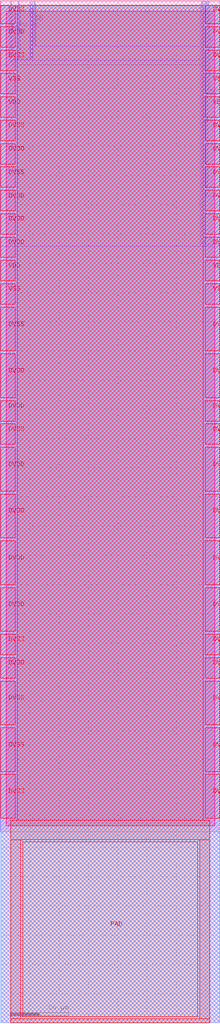
<source format=lef>
VERSION 5.7 ;
  NOWIREEXTENSIONATPIN ON ;
  DIVIDERCHAR "/" ;
  BUSBITCHARS "[]" ;
MACRO gf180mcu_ocd_io__bi_24t
  CLASS PAD INOUT ;
  FOREIGN gf180mcu_ocd_io__bi_24t ;
  ORIGIN 0.000 0.000 ;
  SIZE 75.000 BY 350.000 ;
  SYMMETRY X Y R90 ;
  SITE GF_IO_Site ;
  PIN A
    DIRECTION INPUT ;
    USE SIGNAL ;
    ANTENNAGATEAREA 0.504000 ;
    ANTENNADIFFAREA 1.000000 ;
    PORT
      LAYER Metal2 ;
        RECT 69.400 266.830 69.780 349.760 ;
    END
  END A
  PIN CS
    DIRECTION INPUT ;
    USE SIGNAL ;
    ANTENNAGATEAREA 0.504000 ;
    ANTENNADIFFAREA 1.000000 ;
    PORT
      LAYER Metal2 ;
        RECT 3.360 328.305 3.740 349.760 ;
    END
  END CS
  PIN DVDD
    DIRECTION INOUT ;
    USE POWER ;
    PORT
      LAYER Metal5 ;
        RECT 0.000 118.000 5.000 125.000 ;
    END
    PORT
      LAYER Metal5 ;
        RECT 0.000 134.000 5.000 149.000 ;
    END
    PORT
      LAYER Metal5 ;
        RECT 0.000 150.000 5.000 165.000 ;
    END
    PORT
      LAYER Metal5 ;
        RECT 0.000 166.000 5.000 181.000 ;
    END
    PORT
      LAYER Metal5 ;
        RECT 0.000 182.000 5.000 197.000 ;
    END
    PORT
      LAYER Metal5 ;
        RECT 0.000 206.000 5.000 213.000 ;
    END
    PORT
      LAYER Metal5 ;
        RECT 0.000 214.000 5.000 229.000 ;
    END
    PORT
      LAYER Metal5 ;
        RECT 0.000 262.000 5.000 269.000 ;
    END
    PORT
      LAYER Metal5 ;
        RECT 0.000 270.000 5.000 277.000 ;
    END
    PORT
      LAYER Metal5 ;
        RECT 0.000 278.000 5.000 285.000 ;
    END
    PORT
      LAYER Metal5 ;
        RECT 0.000 294.000 5.000 301.000 ;
    END
    PORT
      LAYER Metal5 ;
        RECT 0.000 334.000 5.000 341.000 ;
    END
    PORT
      LAYER Metal5 ;
        RECT 70.000 118.000 75.000 125.000 ;
    END
    PORT
      LAYER Metal5 ;
        RECT 70.000 134.000 75.000 149.000 ;
    END
    PORT
      LAYER Metal5 ;
        RECT 70.000 150.000 75.000 165.000 ;
    END
    PORT
      LAYER Metal5 ;
        RECT 70.000 166.000 75.000 181.000 ;
    END
    PORT
      LAYER Metal5 ;
        RECT 70.000 182.000 75.000 197.000 ;
    END
    PORT
      LAYER Metal5 ;
        RECT 70.000 206.000 75.000 213.000 ;
    END
    PORT
      LAYER Metal5 ;
        RECT 70.000 214.000 75.000 229.000 ;
    END
    PORT
      LAYER Metal5 ;
        RECT 70.000 262.000 75.000 269.000 ;
    END
    PORT
      LAYER Metal5 ;
        RECT 70.000 270.000 75.000 277.000 ;
    END
    PORT
      LAYER Metal5 ;
        RECT 70.000 278.000 75.000 285.000 ;
    END
    PORT
      LAYER Metal5 ;
        RECT 70.000 294.000 75.000 301.000 ;
    END
    PORT
      LAYER Metal5 ;
        RECT 70.000 334.000 75.000 341.000 ;
    END
  END DVDD
  PIN DVSS
    DIRECTION INOUT ;
    USE GROUND ;
    PORT
      LAYER Metal5 ;
        RECT 0.000 70.000 5.000 85.000 ;
    END
    PORT
      LAYER Metal5 ;
        RECT 0.000 86.000 5.000 101.000 ;
    END
    PORT
      LAYER Metal5 ;
        RECT 0.000 102.000 5.000 117.000 ;
    END
    PORT
      LAYER Metal5 ;
        RECT 0.000 126.000 5.000 133.000 ;
    END
    PORT
      LAYER Metal5 ;
        RECT 0.000 198.000 5.000 205.000 ;
    END
    PORT
      LAYER Metal5 ;
        RECT 0.000 230.000 5.000 245.000 ;
    END
    PORT
      LAYER Metal5 ;
        RECT 0.000 286.000 5.000 293.000 ;
    END
    PORT
      LAYER Metal5 ;
        RECT 0.000 302.000 5.000 309.000 ;
    END
    PORT
      LAYER Metal5 ;
        RECT 0.000 326.000 5.000 333.000 ;
    END
    PORT
      LAYER Metal5 ;
        RECT 0.000 342.000 5.000 348.390 ;
    END
    PORT
      LAYER Metal5 ;
        RECT 70.000 70.000 75.000 85.000 ;
    END
    PORT
      LAYER Metal5 ;
        RECT 70.000 86.000 75.000 101.000 ;
    END
    PORT
      LAYER Metal5 ;
        RECT 70.000 102.000 75.000 117.000 ;
    END
    PORT
      LAYER Metal5 ;
        RECT 70.000 126.000 75.000 133.000 ;
    END
    PORT
      LAYER Metal5 ;
        RECT 70.000 198.000 75.000 205.000 ;
    END
    PORT
      LAYER Metal5 ;
        RECT 70.000 230.000 75.000 245.000 ;
    END
    PORT
      LAYER Metal5 ;
        RECT 70.000 286.000 75.000 293.000 ;
    END
    PORT
      LAYER Metal5 ;
        RECT 70.000 302.000 75.000 309.000 ;
    END
    PORT
      LAYER Metal5 ;
        RECT 70.000 326.000 75.000 333.000 ;
    END
    PORT
      LAYER Metal5 ;
        RECT 70.000 342.000 75.000 348.390 ;
    END
  END DVSS
  PIN IE
    DIRECTION INPUT ;
    USE SIGNAL ;
    ANTENNAGATEAREA 0.504000 ;
    ANTENNADIFFAREA 1.000000 ;
    PORT
      LAYER Metal2 ;
        RECT 11.385 334.680 11.765 349.760 ;
    END
  END IE
  PIN OE
    DIRECTION INPUT ;
    USE SIGNAL ;
    ANTENNAGATEAREA 2.016000 ;
    ANTENNADIFFAREA 7.776000 ;
    PORT
      LAYER Metal2 ;
        RECT 70.130 283.205 70.510 349.760 ;
    END
  END OE
  PIN PAD
    DIRECTION INOUT ;
    USE SIGNAL ;
    ANTENNADIFFAREA 335.279999 ;
    PORT
      LAYER Metal5 ;
        RECT 7.500 2.000 67.500 62.000 ;
    END
  END PAD
  PIN PD
    DIRECTION INPUT ;
    USE SIGNAL ;
    ANTENNAGATEAREA 1.512000 ;
    ANTENNADIFFAREA 1.000000 ;
    PORT
      LAYER Metal2 ;
        RECT 10.330 329.860 10.710 349.760 ;
    END
  END PD
  PIN PU
    DIRECTION INPUT ;
    USE SIGNAL ;
    ANTENNAGATEAREA 1.008000 ;
    ANTENNADIFFAREA 1.795000 ;
    PORT
      LAYER Metal2 ;
        RECT 5.965 330.180 6.345 349.760 ;
    END
  END PU
  PIN SL
    DIRECTION INPUT ;
    USE SIGNAL ;
    ANTENNAGATEAREA 0.504000 ;
    ANTENNADIFFAREA 1.000000 ;
    PORT
      LAYER Metal2 ;
        RECT 68.670 266.100 69.050 349.760 ;
    END
  END SL
  PIN VDD
    DIRECTION INOUT ;
    USE POWER ;
    PORT
      LAYER Metal5 ;
        RECT 0.000 254.000 5.000 261.000 ;
    END
    PORT
      LAYER Metal5 ;
        RECT 0.000 310.000 5.000 317.000 ;
    END
    PORT
      LAYER Metal5 ;
        RECT 70.000 254.000 75.000 261.000 ;
    END
    PORT
      LAYER Metal5 ;
        RECT 70.000 310.000 75.000 317.000 ;
    END
  END VDD
  PIN VSS
    DIRECTION INOUT ;
    USE GROUND ;
    PORT
      LAYER Metal5 ;
        RECT 0.000 246.000 5.000 253.000 ;
    END
    PORT
      LAYER Metal5 ;
        RECT 0.000 318.000 5.000 325.000 ;
    END
    PORT
      LAYER Metal5 ;
        RECT 70.000 246.000 75.000 253.000 ;
    END
    PORT
      LAYER Metal5 ;
        RECT 70.000 318.000 75.000 325.000 ;
    END
  END VSS
  PIN Y
    DIRECTION OUTPUT ;
    USE SIGNAL ;
    ANTENNADIFFAREA 3.240000 ;
    PORT
      LAYER Metal2 ;
        RECT 70.860 319.660 71.240 349.760 ;
    END
  END Y
  OBS
      LAYER Nwell ;
        RECT 1.805 67.400 73.195 346.295 ;
      LAYER Metal1 ;
        RECT -0.160 65.450 75.160 349.785 ;
      LAYER Metal2 ;
        RECT 0.000 328.005 3.060 348.135 ;
        RECT 4.040 329.880 5.665 348.135 ;
        RECT 6.645 329.880 10.030 348.135 ;
        RECT 4.040 329.560 10.030 329.880 ;
        RECT 11.010 334.380 11.085 348.135 ;
        RECT 12.065 334.380 68.370 348.135 ;
        RECT 11.010 329.560 68.370 334.380 ;
        RECT 4.040 328.005 68.370 329.560 ;
        RECT 0.000 265.800 68.370 328.005 ;
        RECT 71.540 319.360 75.000 348.135 ;
        RECT 70.810 282.905 75.000 319.360 ;
        RECT 70.080 266.530 75.000 282.905 ;
        RECT 69.350 265.800 75.000 266.530 ;
        RECT 0.000 0.000 75.000 265.800 ;
      LAYER Metal3 ;
        RECT 0.000 0.000 75.000 348.390 ;
      LAYER Metal4 ;
        RECT 0.000 0.000 75.000 348.390 ;
      LAYER Metal5 ;
        RECT 5.600 69.400 69.400 348.390 ;
        RECT 3.500 62.600 71.500 69.400 ;
        RECT 3.500 1.400 6.900 62.600 ;
        RECT 68.100 1.400 71.500 62.600 ;
        RECT 3.500 0.000 71.500 1.400 ;
  END
END gf180mcu_ocd_io__bi_24t
END LIBRARY


</source>
